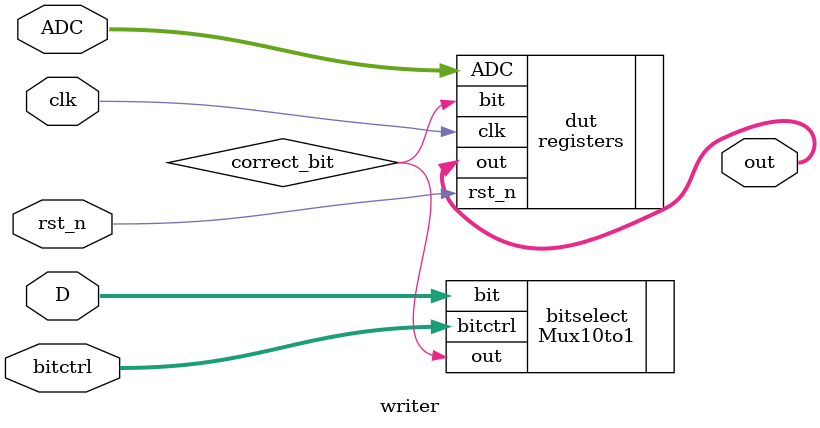
<source format=v>
`timescale 1ns / 1ps


module writer(
    input clk,
    input rst_n,
    input [7:0] ADC,  //which ADC is being used
    input [9:0] D,  //bits from SAR ADC
    input [9:0] bitctrl, //which bit 
    output [79:0] out //ADC0 = 0-9, ADC1 = 10-19, etc
    );
    
    wire correct_bit;
    wire [7:0] ADCenable;
    
    Mux10to1 bitselect (
    .bit(D),
    .bitctrl(bitctrl),
    .out(correct_bit)
    );
 
    registers dut (
    .clk(clk),
    .rst_n(rst_n),
    .bit(correct_bit),
    .ADC(ADC),
    .out(out)   
    );
    
endmodule

</source>
